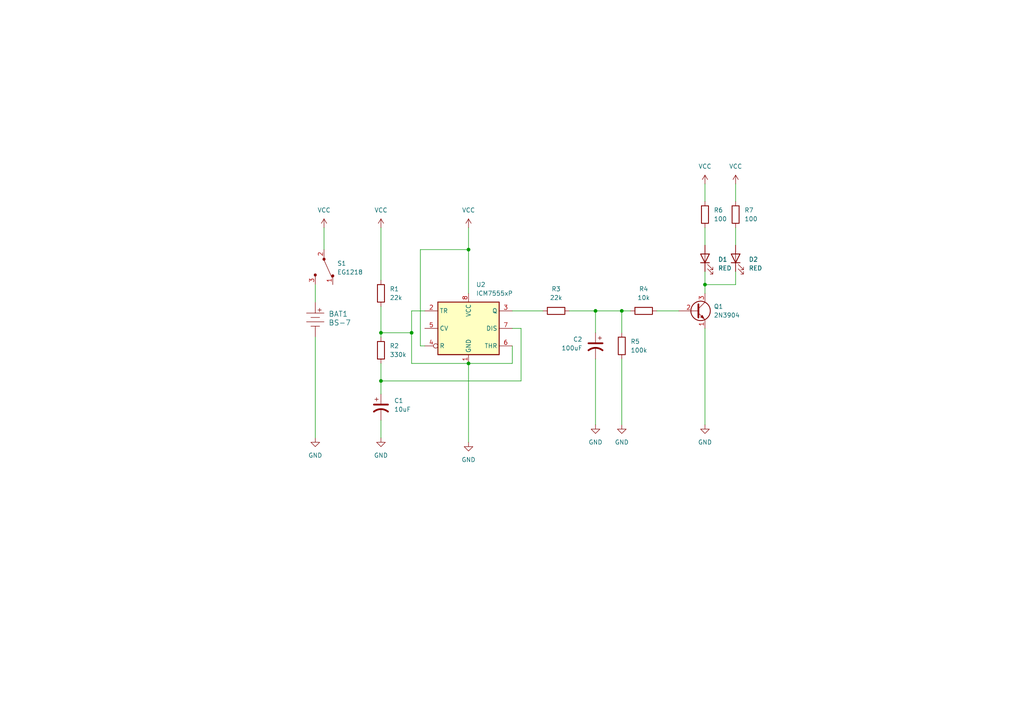
<source format=kicad_sch>
(kicad_sch (version 20230121) (generator eeschema)

  (uuid 44d8a446-cad3-4946-9d8f-0fcb5f384699)

  (paper "A4")

  (title_block
    (title "555badge")
    (date "2023-07-20")
    (comment 2 "creativecommons.org/licenses/by/4.0")
    (comment 3 "LICENSE: CC BY 4.0")
    (comment 4 "AUTHOR: PARIKSHIT V.JOSHI")
  )

  (lib_symbols
    (symbol "Device:C_Polarized_US" (pin_numbers hide) (pin_names (offset 0.254) hide) (in_bom yes) (on_board yes)
      (property "Reference" "C" (at 0.635 2.54 0)
        (effects (font (size 1.27 1.27)) (justify left))
      )
      (property "Value" "C_Polarized_US" (at 0.635 -2.54 0)
        (effects (font (size 1.27 1.27)) (justify left))
      )
      (property "Footprint" "" (at 0 0 0)
        (effects (font (size 1.27 1.27)) hide)
      )
      (property "Datasheet" "~" (at 0 0 0)
        (effects (font (size 1.27 1.27)) hide)
      )
      (property "ki_keywords" "cap capacitor" (at 0 0 0)
        (effects (font (size 1.27 1.27)) hide)
      )
      (property "ki_description" "Polarized capacitor, US symbol" (at 0 0 0)
        (effects (font (size 1.27 1.27)) hide)
      )
      (property "ki_fp_filters" "CP_*" (at 0 0 0)
        (effects (font (size 1.27 1.27)) hide)
      )
      (symbol "C_Polarized_US_0_1"
        (polyline
          (pts
            (xy -2.032 0.762)
            (xy 2.032 0.762)
          )
          (stroke (width 0.508) (type default))
          (fill (type none))
        )
        (polyline
          (pts
            (xy -1.778 2.286)
            (xy -0.762 2.286)
          )
          (stroke (width 0) (type default))
          (fill (type none))
        )
        (polyline
          (pts
            (xy -1.27 1.778)
            (xy -1.27 2.794)
          )
          (stroke (width 0) (type default))
          (fill (type none))
        )
        (arc (start 2.032 -1.27) (mid 0 -0.5572) (end -2.032 -1.27)
          (stroke (width 0.508) (type default))
          (fill (type none))
        )
      )
      (symbol "C_Polarized_US_1_1"
        (pin passive line (at 0 3.81 270) (length 2.794)
          (name "~" (effects (font (size 1.27 1.27))))
          (number "1" (effects (font (size 1.27 1.27))))
        )
        (pin passive line (at 0 -3.81 90) (length 3.302)
          (name "~" (effects (font (size 1.27 1.27))))
          (number "2" (effects (font (size 1.27 1.27))))
        )
      )
    )
    (symbol "Device:LED" (pin_numbers hide) (pin_names (offset 1.016) hide) (in_bom yes) (on_board yes)
      (property "Reference" "D" (at 0 2.54 0)
        (effects (font (size 1.27 1.27)))
      )
      (property "Value" "LED" (at 0 -2.54 0)
        (effects (font (size 1.27 1.27)))
      )
      (property "Footprint" "" (at 0 0 0)
        (effects (font (size 1.27 1.27)) hide)
      )
      (property "Datasheet" "~" (at 0 0 0)
        (effects (font (size 1.27 1.27)) hide)
      )
      (property "ki_keywords" "LED diode" (at 0 0 0)
        (effects (font (size 1.27 1.27)) hide)
      )
      (property "ki_description" "Light emitting diode" (at 0 0 0)
        (effects (font (size 1.27 1.27)) hide)
      )
      (property "ki_fp_filters" "LED* LED_SMD:* LED_THT:*" (at 0 0 0)
        (effects (font (size 1.27 1.27)) hide)
      )
      (symbol "LED_0_1"
        (polyline
          (pts
            (xy -1.27 -1.27)
            (xy -1.27 1.27)
          )
          (stroke (width 0.254) (type default))
          (fill (type none))
        )
        (polyline
          (pts
            (xy -1.27 0)
            (xy 1.27 0)
          )
          (stroke (width 0) (type default))
          (fill (type none))
        )
        (polyline
          (pts
            (xy 1.27 -1.27)
            (xy 1.27 1.27)
            (xy -1.27 0)
            (xy 1.27 -1.27)
          )
          (stroke (width 0.254) (type default))
          (fill (type none))
        )
        (polyline
          (pts
            (xy -3.048 -0.762)
            (xy -4.572 -2.286)
            (xy -3.81 -2.286)
            (xy -4.572 -2.286)
            (xy -4.572 -1.524)
          )
          (stroke (width 0) (type default))
          (fill (type none))
        )
        (polyline
          (pts
            (xy -1.778 -0.762)
            (xy -3.302 -2.286)
            (xy -2.54 -2.286)
            (xy -3.302 -2.286)
            (xy -3.302 -1.524)
          )
          (stroke (width 0) (type default))
          (fill (type none))
        )
      )
      (symbol "LED_1_1"
        (pin passive line (at -3.81 0 0) (length 2.54)
          (name "K" (effects (font (size 1.27 1.27))))
          (number "1" (effects (font (size 1.27 1.27))))
        )
        (pin passive line (at 3.81 0 180) (length 2.54)
          (name "A" (effects (font (size 1.27 1.27))))
          (number "2" (effects (font (size 1.27 1.27))))
        )
      )
    )
    (symbol "Device:R" (pin_numbers hide) (pin_names (offset 0)) (in_bom yes) (on_board yes)
      (property "Reference" "R" (at 2.032 0 90)
        (effects (font (size 1.27 1.27)))
      )
      (property "Value" "R" (at 0 0 90)
        (effects (font (size 1.27 1.27)))
      )
      (property "Footprint" "" (at -1.778 0 90)
        (effects (font (size 1.27 1.27)) hide)
      )
      (property "Datasheet" "~" (at 0 0 0)
        (effects (font (size 1.27 1.27)) hide)
      )
      (property "ki_keywords" "R res resistor" (at 0 0 0)
        (effects (font (size 1.27 1.27)) hide)
      )
      (property "ki_description" "Resistor" (at 0 0 0)
        (effects (font (size 1.27 1.27)) hide)
      )
      (property "ki_fp_filters" "R_*" (at 0 0 0)
        (effects (font (size 1.27 1.27)) hide)
      )
      (symbol "R_0_1"
        (rectangle (start -1.016 -2.54) (end 1.016 2.54)
          (stroke (width 0.254) (type default))
          (fill (type none))
        )
      )
      (symbol "R_1_1"
        (pin passive line (at 0 3.81 270) (length 1.27)
          (name "~" (effects (font (size 1.27 1.27))))
          (number "1" (effects (font (size 1.27 1.27))))
        )
        (pin passive line (at 0 -3.81 90) (length 1.27)
          (name "~" (effects (font (size 1.27 1.27))))
          (number "2" (effects (font (size 1.27 1.27))))
        )
      )
    )
    (symbol "Timer:ICM7555xP" (in_bom yes) (on_board yes)
      (property "Reference" "U" (at -10.16 8.89 0)
        (effects (font (size 1.27 1.27)) (justify left))
      )
      (property "Value" "ICM7555xP" (at 2.54 8.89 0)
        (effects (font (size 1.27 1.27)) (justify left))
      )
      (property "Footprint" "Package_DIP:DIP-8_W7.62mm" (at 16.51 -10.16 0)
        (effects (font (size 1.27 1.27)) hide)
      )
      (property "Datasheet" "http://www.intersil.com/content/dam/Intersil/documents/icm7/icm7555-56.pdf" (at 21.59 -10.16 0)
        (effects (font (size 1.27 1.27)) hide)
      )
      (property "ki_keywords" "single timer 555" (at 0 0 0)
        (effects (font (size 1.27 1.27)) hide)
      )
      (property "ki_description" "CMOS General Purpose Timer, 555 compatible, PDIP-8" (at 0 0 0)
        (effects (font (size 1.27 1.27)) hide)
      )
      (property "ki_fp_filters" "DIP*W7.62mm*" (at 0 0 0)
        (effects (font (size 1.27 1.27)) hide)
      )
      (symbol "ICM7555xP_0_0"
        (pin power_in line (at 0 -10.16 90) (length 2.54)
          (name "GND" (effects (font (size 1.27 1.27))))
          (number "1" (effects (font (size 1.27 1.27))))
        )
        (pin power_in line (at 0 10.16 270) (length 2.54)
          (name "VCC" (effects (font (size 1.27 1.27))))
          (number "8" (effects (font (size 1.27 1.27))))
        )
      )
      (symbol "ICM7555xP_0_1"
        (rectangle (start -8.89 -7.62) (end 8.89 7.62)
          (stroke (width 0.254) (type default))
          (fill (type background))
        )
        (rectangle (start -8.89 -7.62) (end 8.89 7.62)
          (stroke (width 0.254) (type default))
          (fill (type background))
        )
      )
      (symbol "ICM7555xP_1_1"
        (pin input line (at -12.7 5.08 0) (length 3.81)
          (name "TR" (effects (font (size 1.27 1.27))))
          (number "2" (effects (font (size 1.27 1.27))))
        )
        (pin output line (at 12.7 5.08 180) (length 3.81)
          (name "Q" (effects (font (size 1.27 1.27))))
          (number "3" (effects (font (size 1.27 1.27))))
        )
        (pin input inverted (at -12.7 -5.08 0) (length 3.81)
          (name "R" (effects (font (size 1.27 1.27))))
          (number "4" (effects (font (size 1.27 1.27))))
        )
        (pin input line (at -12.7 0 0) (length 3.81)
          (name "CV" (effects (font (size 1.27 1.27))))
          (number "5" (effects (font (size 1.27 1.27))))
        )
        (pin input line (at 12.7 -5.08 180) (length 3.81)
          (name "THR" (effects (font (size 1.27 1.27))))
          (number "6" (effects (font (size 1.27 1.27))))
        )
        (pin input line (at 12.7 0 180) (length 3.81)
          (name "DIS" (effects (font (size 1.27 1.27))))
          (number "7" (effects (font (size 1.27 1.27))))
        )
      )
    )
    (symbol "Transistor_BJT:2N3904" (pin_names (offset 0) hide) (in_bom yes) (on_board yes)
      (property "Reference" "Q" (at 5.08 1.905 0)
        (effects (font (size 1.27 1.27)) (justify left))
      )
      (property "Value" "2N3904" (at 5.08 0 0)
        (effects (font (size 1.27 1.27)) (justify left))
      )
      (property "Footprint" "Package_TO_SOT_THT:TO-92_Inline" (at 5.08 -1.905 0)
        (effects (font (size 1.27 1.27) italic) (justify left) hide)
      )
      (property "Datasheet" "https://www.onsemi.com/pub/Collateral/2N3903-D.PDF" (at 0 0 0)
        (effects (font (size 1.27 1.27)) (justify left) hide)
      )
      (property "ki_keywords" "NPN Transistor" (at 0 0 0)
        (effects (font (size 1.27 1.27)) hide)
      )
      (property "ki_description" "0.2A Ic, 40V Vce, Small Signal NPN Transistor, TO-92" (at 0 0 0)
        (effects (font (size 1.27 1.27)) hide)
      )
      (property "ki_fp_filters" "TO?92*" (at 0 0 0)
        (effects (font (size 1.27 1.27)) hide)
      )
      (symbol "2N3904_0_1"
        (polyline
          (pts
            (xy 0.635 0.635)
            (xy 2.54 2.54)
          )
          (stroke (width 0) (type default))
          (fill (type none))
        )
        (polyline
          (pts
            (xy 0.635 -0.635)
            (xy 2.54 -2.54)
            (xy 2.54 -2.54)
          )
          (stroke (width 0) (type default))
          (fill (type none))
        )
        (polyline
          (pts
            (xy 0.635 1.905)
            (xy 0.635 -1.905)
            (xy 0.635 -1.905)
          )
          (stroke (width 0.508) (type default))
          (fill (type none))
        )
        (polyline
          (pts
            (xy 1.27 -1.778)
            (xy 1.778 -1.27)
            (xy 2.286 -2.286)
            (xy 1.27 -1.778)
            (xy 1.27 -1.778)
          )
          (stroke (width 0) (type default))
          (fill (type outline))
        )
        (circle (center 1.27 0) (radius 2.8194)
          (stroke (width 0.254) (type default))
          (fill (type none))
        )
      )
      (symbol "2N3904_1_1"
        (pin passive line (at 2.54 -5.08 90) (length 2.54)
          (name "E" (effects (font (size 1.27 1.27))))
          (number "1" (effects (font (size 1.27 1.27))))
        )
        (pin passive line (at -5.08 0 0) (length 5.715)
          (name "B" (effects (font (size 1.27 1.27))))
          (number "2" (effects (font (size 1.27 1.27))))
        )
        (pin passive line (at 2.54 5.08 270) (length 2.54)
          (name "C" (effects (font (size 1.27 1.27))))
          (number "3" (effects (font (size 1.27 1.27))))
        )
      )
    )
    (symbol "dk_Battery-Holders-Clips-Contacts:BS-7" (pin_numbers hide) (pin_names (offset 1.016)) (in_bom yes) (on_board yes)
      (property "Reference" "BAT" (at -1.27 3.81 0)
        (effects (font (size 1.524 1.524)) (justify right))
      )
      (property "Value" "BS-7" (at -1.27 -3.81 0)
        (effects (font (size 1.524 1.524)) (justify right))
      )
      (property "Footprint" "digikey-footprints:Battery_Holder_Coin_2032_BS-7" (at 5.08 5.08 0)
        (effects (font (size 1.524 1.524)) (justify left) hide)
      )
      (property "Datasheet" "http://www.memoryprotectiondevices.com/datasheets/BS-7-datasheet.pdf" (at 5.08 7.62 90)
        (effects (font (size 1.524 1.524)) (justify left) hide)
      )
      (property "Digi-Key_PN" "BS-7-ND" (at 5.08 10.16 0)
        (effects (font (size 1.524 1.524)) (justify left) hide)
      )
      (property "MPN" "BS-7" (at 5.08 12.7 0)
        (effects (font (size 1.524 1.524)) (justify left) hide)
      )
      (property "Category" "Battery Products" (at 5.08 15.24 0)
        (effects (font (size 1.524 1.524)) (justify left) hide)
      )
      (property "Family" "Battery Holders, Clips, Contacts" (at 5.08 17.78 0)
        (effects (font (size 1.524 1.524)) (justify left) hide)
      )
      (property "DK_Datasheet_Link" "http://www.memoryprotectiondevices.com/datasheets/BS-7-datasheet.pdf" (at 5.08 20.32 0)
        (effects (font (size 1.524 1.524)) (justify left) hide)
      )
      (property "DK_Detail_Page" "/product-detail/en/mpd-memory-protection-devices/BS-7/BS-7-ND/389447" (at 5.08 22.86 0)
        (effects (font (size 1.524 1.524)) (justify left) hide)
      )
      (property "Description" "BATTERY HOLDER COIN 20MM PC PIN" (at 5.08 25.4 0)
        (effects (font (size 1.524 1.524)) (justify left) hide)
      )
      (property "Manufacturer" "MPD (Memory Protection Devices)" (at 5.08 27.94 0)
        (effects (font (size 1.524 1.524)) (justify left) hide)
      )
      (property "Status" "Active" (at 5.08 30.48 0)
        (effects (font (size 1.524 1.524)) (justify left) hide)
      )
      (property "ki_keywords" "BS-7-ND" (at 0 0 0)
        (effects (font (size 1.27 1.27)) hide)
      )
      (property "ki_description" "BATTERY HOLDER COIN 20MM PC PIN" (at 0 0 0)
        (effects (font (size 1.27 1.27)) hide)
      )
      (symbol "BS-7_1_1"
        (polyline
          (pts
            (xy 0 -2.54)
            (xy 0 -1.905)
          )
          (stroke (width 0) (type solid))
          (fill (type none))
        )
        (polyline
          (pts
            (xy 0 1.905)
            (xy 0 2.54)
          )
          (stroke (width 0) (type solid))
          (fill (type none))
        )
        (polyline
          (pts
            (xy 1.27 -1.905)
            (xy -1.27 -1.905)
          )
          (stroke (width 0) (type solid))
          (fill (type none))
        )
        (polyline
          (pts
            (xy 1.27 0.635)
            (xy -1.27 0.635)
          )
          (stroke (width 0) (type solid))
          (fill (type none))
        )
        (polyline
          (pts
            (xy 1.27 2.286)
            (xy 1.27 3.302)
          )
          (stroke (width 0) (type solid))
          (fill (type none))
        )
        (polyline
          (pts
            (xy 1.778 2.794)
            (xy 0.762 2.794)
          )
          (stroke (width 0) (type solid))
          (fill (type none))
        )
        (polyline
          (pts
            (xy 2.54 -0.635)
            (xy -2.54 -0.635)
          )
          (stroke (width 0) (type solid))
          (fill (type none))
        )
        (polyline
          (pts
            (xy 2.54 1.905)
            (xy -2.54 1.905)
          )
          (stroke (width 0) (type solid))
          (fill (type none))
        )
        (pin power_out line (at 0 -5.08 90) (length 2.54)
          (name "~" (effects (font (size 1.27 1.27))))
          (number "Neg" (effects (font (size 1.27 1.27))))
        )
        (pin power_out line (at 0 5.08 270) (length 2.54)
          (name "~" (effects (font (size 1.27 1.27))))
          (number "Pos" (effects (font (size 1.27 1.27))))
        )
      )
    )
    (symbol "dk_Slide-Switches:EG1218" (pin_names (offset 0)) (in_bom yes) (on_board yes)
      (property "Reference" "S" (at -3.81 2.286 0)
        (effects (font (size 1.27 1.27)))
      )
      (property "Value" "EG1218" (at 0 -5.334 0)
        (effects (font (size 1.27 1.27)))
      )
      (property "Footprint" "digikey-footprints:Switch_Slide_11.6x4mm_EG1218" (at 5.08 5.08 0)
        (effects (font (size 1.27 1.27)) (justify left) hide)
      )
      (property "Datasheet" "http://spec_sheets.e-switch.com/specs/P040040.pdf" (at 5.08 7.62 0)
        (effects (font (size 1.524 1.524)) (justify left) hide)
      )
      (property "Digi-Key_PN" "EG1903-ND" (at 5.08 10.16 0)
        (effects (font (size 1.524 1.524)) (justify left) hide)
      )
      (property "MPN" "EG1218" (at 5.08 12.7 0)
        (effects (font (size 1.524 1.524)) (justify left) hide)
      )
      (property "Category" "Switches" (at 5.08 15.24 0)
        (effects (font (size 1.524 1.524)) (justify left) hide)
      )
      (property "Family" "Slide Switches" (at 5.08 17.78 0)
        (effects (font (size 1.524 1.524)) (justify left) hide)
      )
      (property "DK_Datasheet_Link" "http://spec_sheets.e-switch.com/specs/P040040.pdf" (at 5.08 20.32 0)
        (effects (font (size 1.524 1.524)) (justify left) hide)
      )
      (property "DK_Detail_Page" "/product-detail/en/e-switch/EG1218/EG1903-ND/101726" (at 5.08 22.86 0)
        (effects (font (size 1.524 1.524)) (justify left) hide)
      )
      (property "Description" "SWITCH SLIDE SPDT 200MA 30V" (at 5.08 25.4 0)
        (effects (font (size 1.524 1.524)) (justify left) hide)
      )
      (property "Manufacturer" "E-Switch" (at 5.08 27.94 0)
        (effects (font (size 1.524 1.524)) (justify left) hide)
      )
      (property "Status" "Active" (at 5.08 30.48 0)
        (effects (font (size 1.524 1.524)) (justify left) hide)
      )
      (property "ki_keywords" "EG1903-ND EG" (at 0 0 0)
        (effects (font (size 1.27 1.27)) hide)
      )
      (property "ki_description" "SWITCH SLIDE SPDT 200MA 30V" (at 0 0 0)
        (effects (font (size 1.27 1.27)) hide)
      )
      (symbol "EG1218_0_1"
        (circle (center -2.286 0) (radius 0.3556)
          (stroke (width 0) (type solid))
          (fill (type outline))
        )
        (polyline
          (pts
            (xy -2.032 0)
            (xy 3.048 2.286)
          )
          (stroke (width 0) (type solid))
          (fill (type none))
        )
        (circle (center 2.286 -2.54) (radius 0.3556)
          (stroke (width 0) (type solid))
          (fill (type outline))
        )
        (circle (center 2.54 2.54) (radius 0.3556)
          (stroke (width 0) (type solid))
          (fill (type outline))
        )
      )
      (symbol "EG1218_1_1"
        (pin passive line (at 5.08 2.54 180) (length 2.54)
          (name "~" (effects (font (size 1.27 1.27))))
          (number "1" (effects (font (size 1.27 1.27))))
        )
        (pin passive line (at -5.08 0 0) (length 2.54)
          (name "~" (effects (font (size 1.27 1.27))))
          (number "2" (effects (font (size 1.27 1.27))))
        )
        (pin passive line (at 5.08 -2.54 180) (length 2.54)
          (name "~" (effects (font (size 1.27 1.27))))
          (number "3" (effects (font (size 1.27 1.27))))
        )
      )
    )
    (symbol "power:GND" (power) (pin_names (offset 0)) (in_bom yes) (on_board yes)
      (property "Reference" "#PWR" (at 0 -6.35 0)
        (effects (font (size 1.27 1.27)) hide)
      )
      (property "Value" "GND" (at 0 -3.81 0)
        (effects (font (size 1.27 1.27)))
      )
      (property "Footprint" "" (at 0 0 0)
        (effects (font (size 1.27 1.27)) hide)
      )
      (property "Datasheet" "" (at 0 0 0)
        (effects (font (size 1.27 1.27)) hide)
      )
      (property "ki_keywords" "global power" (at 0 0 0)
        (effects (font (size 1.27 1.27)) hide)
      )
      (property "ki_description" "Power symbol creates a global label with name \"GND\" , ground" (at 0 0 0)
        (effects (font (size 1.27 1.27)) hide)
      )
      (symbol "GND_0_1"
        (polyline
          (pts
            (xy 0 0)
            (xy 0 -1.27)
            (xy 1.27 -1.27)
            (xy 0 -2.54)
            (xy -1.27 -1.27)
            (xy 0 -1.27)
          )
          (stroke (width 0) (type default))
          (fill (type none))
        )
      )
      (symbol "GND_1_1"
        (pin power_in line (at 0 0 270) (length 0) hide
          (name "GND" (effects (font (size 1.27 1.27))))
          (number "1" (effects (font (size 1.27 1.27))))
        )
      )
    )
    (symbol "power:VCC" (power) (pin_names (offset 0)) (in_bom yes) (on_board yes)
      (property "Reference" "#PWR" (at 0 -3.81 0)
        (effects (font (size 1.27 1.27)) hide)
      )
      (property "Value" "VCC" (at 0 3.81 0)
        (effects (font (size 1.27 1.27)))
      )
      (property "Footprint" "" (at 0 0 0)
        (effects (font (size 1.27 1.27)) hide)
      )
      (property "Datasheet" "" (at 0 0 0)
        (effects (font (size 1.27 1.27)) hide)
      )
      (property "ki_keywords" "global power" (at 0 0 0)
        (effects (font (size 1.27 1.27)) hide)
      )
      (property "ki_description" "Power symbol creates a global label with name \"VCC\"" (at 0 0 0)
        (effects (font (size 1.27 1.27)) hide)
      )
      (symbol "VCC_0_1"
        (polyline
          (pts
            (xy -0.762 1.27)
            (xy 0 2.54)
          )
          (stroke (width 0) (type default))
          (fill (type none))
        )
        (polyline
          (pts
            (xy 0 0)
            (xy 0 2.54)
          )
          (stroke (width 0) (type default))
          (fill (type none))
        )
        (polyline
          (pts
            (xy 0 2.54)
            (xy 0.762 1.27)
          )
          (stroke (width 0) (type default))
          (fill (type none))
        )
      )
      (symbol "VCC_1_1"
        (pin power_in line (at 0 0 90) (length 0) hide
          (name "VCC" (effects (font (size 1.27 1.27))))
          (number "1" (effects (font (size 1.27 1.27))))
        )
      )
    )
  )

  (junction (at 180.34 90.17) (diameter 0) (color 0 0 0 0)
    (uuid 87906e78-994a-469d-ae9f-cc16945d26c5)
  )
  (junction (at 204.47 82.55) (diameter 0) (color 0 0 0 0)
    (uuid a8fd7e31-3fd7-4eda-bd84-1e75a14c4457)
  )
  (junction (at 110.49 96.52) (diameter 0) (color 0 0 0 0)
    (uuid ac279545-d471-4805-ac26-a477faff6d67)
  )
  (junction (at 119.38 96.52) (diameter 0) (color 0 0 0 0)
    (uuid c069bf98-d587-4fd6-8f2c-90e3c43a96d0)
  )
  (junction (at 135.89 72.39) (diameter 0) (color 0 0 0 0)
    (uuid d33d8ec2-32e9-439e-acdf-1b649546065d)
  )
  (junction (at 135.89 105.41) (diameter 0) (color 0 0 0 0)
    (uuid d6d2a70a-ed59-4286-ba78-dcf1ad5d459d)
  )
  (junction (at 172.72 90.17) (diameter 0) (color 0 0 0 0)
    (uuid db94eff6-663f-4ef2-87ba-49c78aa63a83)
  )
  (junction (at 110.49 110.49) (diameter 0) (color 0 0 0 0)
    (uuid ead039bd-7ac9-497f-8797-fc701fce20a3)
  )

  (wire (pts (xy 93.98 66.04) (xy 93.98 72.39))
    (stroke (width 0) (type default))
    (uuid 07a23683-ba79-44a8-8a0b-08d1694c0b0f)
  )
  (wire (pts (xy 190.5 90.17) (xy 196.85 90.17))
    (stroke (width 0) (type default))
    (uuid 0b5744ad-a2bb-458f-8db5-b0a8d1cd190c)
  )
  (wire (pts (xy 110.49 96.52) (xy 110.49 97.79))
    (stroke (width 0) (type default))
    (uuid 0bfc0b0d-d676-4a67-8794-4f906d85dbf6)
  )
  (wire (pts (xy 165.1 90.17) (xy 172.72 90.17))
    (stroke (width 0) (type default))
    (uuid 1324b8c0-6bf4-4d66-a7fc-7d29afe9e1ff)
  )
  (wire (pts (xy 110.49 121.92) (xy 110.49 127))
    (stroke (width 0) (type default))
    (uuid 1738fecb-7d3b-4e87-81ea-4085b627412a)
  )
  (wire (pts (xy 213.36 53.34) (xy 213.36 58.42))
    (stroke (width 0) (type default))
    (uuid 1d3dfdd1-c9f8-4353-8390-cb1d550103a6)
  )
  (wire (pts (xy 180.34 104.14) (xy 180.34 123.19))
    (stroke (width 0) (type default))
    (uuid 2f9f80bb-50c1-4479-b932-1bdc9d79b946)
  )
  (wire (pts (xy 91.44 97.79) (xy 91.44 127))
    (stroke (width 0) (type default))
    (uuid 308dfba3-c454-4592-9194-68506f59c558)
  )
  (wire (pts (xy 180.34 90.17) (xy 182.88 90.17))
    (stroke (width 0) (type default))
    (uuid 3b0f8897-e5b4-4deb-94ad-11dc2bf414ec)
  )
  (wire (pts (xy 204.47 78.74) (xy 204.47 82.55))
    (stroke (width 0) (type default))
    (uuid 42e232de-49ca-4258-bc1f-fa3181a0a287)
  )
  (wire (pts (xy 135.89 66.04) (xy 135.89 72.39))
    (stroke (width 0) (type default))
    (uuid 43fc7fc6-91f7-4095-9eaf-1bc414b94a7f)
  )
  (wire (pts (xy 110.49 88.9) (xy 110.49 96.52))
    (stroke (width 0) (type default))
    (uuid 45163893-7470-43a1-8fd1-916b5f2d3013)
  )
  (wire (pts (xy 110.49 105.41) (xy 110.49 110.49))
    (stroke (width 0) (type default))
    (uuid 45c16b1b-4823-4b95-ba01-bd6742a16783)
  )
  (wire (pts (xy 180.34 90.17) (xy 180.34 96.52))
    (stroke (width 0) (type default))
    (uuid 5c4eb9a3-c3fc-45ac-a17b-bdea7d5bb62e)
  )
  (wire (pts (xy 204.47 82.55) (xy 204.47 85.09))
    (stroke (width 0) (type default))
    (uuid 60fc1f6d-080b-4808-bcc1-3066a7ecfff9)
  )
  (wire (pts (xy 121.92 100.33) (xy 121.92 72.39))
    (stroke (width 0) (type default))
    (uuid 626dd74b-ca6d-4220-aa1e-4c80ce75569c)
  )
  (wire (pts (xy 172.72 90.17) (xy 180.34 90.17))
    (stroke (width 0) (type default))
    (uuid 6bd76b85-a23a-41c5-981d-cc58c2ee4870)
  )
  (wire (pts (xy 110.49 110.49) (xy 151.13 110.49))
    (stroke (width 0) (type default))
    (uuid 6cdbf4ae-065c-498e-81dc-9a05c45f4276)
  )
  (wire (pts (xy 110.49 66.04) (xy 110.49 81.28))
    (stroke (width 0) (type default))
    (uuid 7323f396-3ca4-4b20-a02b-7ba6795301e0)
  )
  (wire (pts (xy 135.89 105.41) (xy 135.89 128.27))
    (stroke (width 0) (type default))
    (uuid 7eeeff80-52b4-4c47-abfb-569b54655ccb)
  )
  (wire (pts (xy 172.72 90.17) (xy 172.72 96.52))
    (stroke (width 0) (type default))
    (uuid 879a6641-113b-489f-9f06-4bf34b909664)
  )
  (wire (pts (xy 135.89 105.41) (xy 119.38 105.41))
    (stroke (width 0) (type default))
    (uuid 8974f287-8d82-43b9-a6c0-491b5b552ae9)
  )
  (wire (pts (xy 119.38 96.52) (xy 110.49 96.52))
    (stroke (width 0) (type default))
    (uuid 8ad11da6-b0c3-445d-b050-963f93ef3e08)
  )
  (wire (pts (xy 119.38 90.17) (xy 119.38 96.52))
    (stroke (width 0) (type default))
    (uuid 8fcb2a62-aa51-42cd-a70d-6a9187511d7d)
  )
  (wire (pts (xy 119.38 105.41) (xy 119.38 96.52))
    (stroke (width 0) (type default))
    (uuid 93b577db-0394-4cd4-8c35-6f87bb711003)
  )
  (wire (pts (xy 204.47 53.34) (xy 204.47 58.42))
    (stroke (width 0) (type default))
    (uuid 9a792839-504a-45ec-b6e5-57a21bc3c5e6)
  )
  (wire (pts (xy 121.92 72.39) (xy 135.89 72.39))
    (stroke (width 0) (type default))
    (uuid a058d37a-ce8f-496e-b6b1-9781e76fecd2)
  )
  (wire (pts (xy 110.49 110.49) (xy 110.49 114.3))
    (stroke (width 0) (type default))
    (uuid a24d3e74-8307-4272-9680-d6769d207664)
  )
  (wire (pts (xy 148.59 95.25) (xy 151.13 95.25))
    (stroke (width 0) (type default))
    (uuid a4bc5cc3-2831-43c2-8f3e-70ccbaa660e2)
  )
  (wire (pts (xy 91.44 82.55) (xy 91.44 87.63))
    (stroke (width 0) (type default))
    (uuid a88f512f-1d49-46e3-b5b6-4e6f999953ba)
  )
  (wire (pts (xy 148.59 100.33) (xy 148.59 105.41))
    (stroke (width 0) (type default))
    (uuid b3fc1e10-b1b1-4d3b-b2ac-f0bf0ff1b47c)
  )
  (wire (pts (xy 123.19 100.33) (xy 121.92 100.33))
    (stroke (width 0) (type default))
    (uuid b6301b97-f2c9-48e8-95f2-811aa085a168)
  )
  (wire (pts (xy 151.13 95.25) (xy 151.13 110.49))
    (stroke (width 0) (type default))
    (uuid b7e8de51-c3e7-43e0-ba2f-6584a2ae9ad1)
  )
  (wire (pts (xy 123.19 90.17) (xy 119.38 90.17))
    (stroke (width 0) (type default))
    (uuid c941f943-2e50-428f-92f1-ab8e5c4b9af3)
  )
  (wire (pts (xy 204.47 95.25) (xy 204.47 123.19))
    (stroke (width 0) (type default))
    (uuid e20f9d6d-8ab2-428b-b144-caa4ef49835e)
  )
  (wire (pts (xy 148.59 90.17) (xy 157.48 90.17))
    (stroke (width 0) (type default))
    (uuid e3f7cd48-0021-45f3-9190-02227de353a0)
  )
  (wire (pts (xy 204.47 66.04) (xy 204.47 71.12))
    (stroke (width 0) (type default))
    (uuid eae06fd5-3a47-423e-b78e-968980fcfcbf)
  )
  (wire (pts (xy 172.72 104.14) (xy 172.72 123.19))
    (stroke (width 0) (type default))
    (uuid eb35dc72-b12b-42a0-aec9-3b1b394066a4)
  )
  (wire (pts (xy 213.36 82.55) (xy 204.47 82.55))
    (stroke (width 0) (type default))
    (uuid f06bfd56-1c01-4b5f-9808-d127893f0823)
  )
  (wire (pts (xy 135.89 72.39) (xy 135.89 85.09))
    (stroke (width 0) (type default))
    (uuid f47ff0c8-0974-4e06-9da4-b501af34046e)
  )
  (wire (pts (xy 213.36 78.74) (xy 213.36 82.55))
    (stroke (width 0) (type default))
    (uuid f52ceb9f-2ea6-446f-82ec-1a64a6f94a84)
  )
  (wire (pts (xy 213.36 66.04) (xy 213.36 71.12))
    (stroke (width 0) (type default))
    (uuid fb8032cd-45d2-43ce-9517-29c84613364a)
  )
  (wire (pts (xy 148.59 105.41) (xy 135.89 105.41))
    (stroke (width 0) (type default))
    (uuid fbe37cdb-63e5-4a39-861c-0d07143f1d98)
  )

  (symbol (lib_id "power:GND") (at 172.72 123.19 0) (unit 1)
    (in_bom yes) (on_board yes) (dnp no) (fields_autoplaced)
    (uuid 06770059-904c-4879-8af8-83b937057d39)
    (property "Reference" "#PWR04" (at 172.72 129.54 0)
      (effects (font (size 1.27 1.27)) hide)
    )
    (property "Value" "GND" (at 172.72 128.27 0)
      (effects (font (size 1.27 1.27)))
    )
    (property "Footprint" "" (at 172.72 123.19 0)
      (effects (font (size 1.27 1.27)) hide)
    )
    (property "Datasheet" "" (at 172.72 123.19 0)
      (effects (font (size 1.27 1.27)) hide)
    )
    (pin "1" (uuid 7e2070f9-a9c5-4c4a-9ee2-c7e8e588b672))
    (instances
      (project "555newbadge"
        (path "/44d8a446-cad3-4946-9d8f-0fcb5f384699"
          (reference "#PWR04") (unit 1)
        )
      )
    )
  )

  (symbol (lib_id "power:GND") (at 204.47 123.19 0) (unit 1)
    (in_bom yes) (on_board yes) (dnp no) (fields_autoplaced)
    (uuid 07c13863-67d4-4a75-a184-f6420bf6c77b)
    (property "Reference" "#PWR06" (at 204.47 129.54 0)
      (effects (font (size 1.27 1.27)) hide)
    )
    (property "Value" "GND" (at 204.47 128.27 0)
      (effects (font (size 1.27 1.27)))
    )
    (property "Footprint" "" (at 204.47 123.19 0)
      (effects (font (size 1.27 1.27)) hide)
    )
    (property "Datasheet" "" (at 204.47 123.19 0)
      (effects (font (size 1.27 1.27)) hide)
    )
    (pin "1" (uuid c0784dfb-fdbd-4186-941a-71d9b9d4c965))
    (instances
      (project "555newbadge"
        (path "/44d8a446-cad3-4946-9d8f-0fcb5f384699"
          (reference "#PWR06") (unit 1)
        )
      )
    )
  )

  (symbol (lib_id "dk_Battery-Holders-Clips-Contacts:BS-7") (at 91.44 92.71 0) (unit 1)
    (in_bom yes) (on_board yes) (dnp no) (fields_autoplaced)
    (uuid 0a9bb76e-8e66-4bb6-aba5-1b30e1a83eca)
    (property "Reference" "BAT1" (at 95.25 91.059 0)
      (effects (font (size 1.524 1.524)) (justify left))
    )
    (property "Value" "BS-7" (at 95.25 93.599 0)
      (effects (font (size 1.524 1.524)) (justify left))
    )
    (property "Footprint" "digikey-footprints:Battery_Holder_Coin_2032_BS-7" (at 96.52 87.63 0)
      (effects (font (size 1.524 1.524)) (justify left) hide)
    )
    (property "Datasheet" "http://www.memoryprotectiondevices.com/datasheets/BS-7-datasheet.pdf" (at 96.52 85.09 90)
      (effects (font (size 1.524 1.524)) (justify left) hide)
    )
    (property "Digi-Key_PN" "BS-7-ND" (at 96.52 82.55 0)
      (effects (font (size 1.524 1.524)) (justify left) hide)
    )
    (property "MPN" "BS-7" (at 96.52 80.01 0)
      (effects (font (size 1.524 1.524)) (justify left) hide)
    )
    (property "Category" "Battery Products" (at 96.52 77.47 0)
      (effects (font (size 1.524 1.524)) (justify left) hide)
    )
    (property "Family" "Battery Holders, Clips, Contacts" (at 96.52 74.93 0)
      (effects (font (size 1.524 1.524)) (justify left) hide)
    )
    (property "DK_Datasheet_Link" "http://www.memoryprotectiondevices.com/datasheets/BS-7-datasheet.pdf" (at 96.52 72.39 0)
      (effects (font (size 1.524 1.524)) (justify left) hide)
    )
    (property "DK_Detail_Page" "/product-detail/en/mpd-memory-protection-devices/BS-7/BS-7-ND/389447" (at 96.52 69.85 0)
      (effects (font (size 1.524 1.524)) (justify left) hide)
    )
    (property "Description" "BATTERY HOLDER COIN 20MM PC PIN" (at 96.52 67.31 0)
      (effects (font (size 1.524 1.524)) (justify left) hide)
    )
    (property "Manufacturer" "MPD (Memory Protection Devices)" (at 96.52 64.77 0)
      (effects (font (size 1.524 1.524)) (justify left) hide)
    )
    (property "Status" "Active" (at 96.52 62.23 0)
      (effects (font (size 1.524 1.524)) (justify left) hide)
    )
    (pin "Neg" (uuid 985ec4d9-9697-4d76-a67f-abf5bb6af225))
    (pin "Pos" (uuid e4c88347-6d61-4fbb-83d9-21afbe2f2768))
    (instances
      (project "555newbadge"
        (path "/44d8a446-cad3-4946-9d8f-0fcb5f384699"
          (reference "BAT1") (unit 1)
        )
      )
    )
  )

  (symbol (lib_id "power:VCC") (at 204.47 53.34 0) (unit 1)
    (in_bom yes) (on_board yes) (dnp no) (fields_autoplaced)
    (uuid 0ee18412-86fc-4157-b0e0-224a1bade27a)
    (property "Reference" "#PWR010" (at 204.47 57.15 0)
      (effects (font (size 1.27 1.27)) hide)
    )
    (property "Value" "VCC" (at 204.47 48.26 0)
      (effects (font (size 1.27 1.27)))
    )
    (property "Footprint" "" (at 204.47 53.34 0)
      (effects (font (size 1.27 1.27)) hide)
    )
    (property "Datasheet" "" (at 204.47 53.34 0)
      (effects (font (size 1.27 1.27)) hide)
    )
    (pin "1" (uuid b078990e-b01b-4071-a651-725f7c2b7ccd))
    (instances
      (project "555newbadge"
        (path "/44d8a446-cad3-4946-9d8f-0fcb5f384699"
          (reference "#PWR010") (unit 1)
        )
      )
    )
  )

  (symbol (lib_id "Device:R") (at 186.69 90.17 90) (unit 1)
    (in_bom yes) (on_board yes) (dnp no) (fields_autoplaced)
    (uuid 1c4deb80-48f5-43a2-92fb-4e284569213d)
    (property "Reference" "R4" (at 186.69 83.82 90)
      (effects (font (size 1.27 1.27)))
    )
    (property "Value" "10k" (at 186.69 86.36 90)
      (effects (font (size 1.27 1.27)))
    )
    (property "Footprint" "Resistor_THT:R_Axial_DIN0207_L6.3mm_D2.5mm_P7.62mm_Horizontal" (at 186.69 91.948 90)
      (effects (font (size 1.27 1.27)) hide)
    )
    (property "Datasheet" "~" (at 186.69 90.17 0)
      (effects (font (size 1.27 1.27)) hide)
    )
    (pin "1" (uuid af569121-2cbc-467a-8dc8-eafe4b40615f))
    (pin "2" (uuid e2469168-27da-4cbc-ab6e-964702c195a9))
    (instances
      (project "555newbadge"
        (path "/44d8a446-cad3-4946-9d8f-0fcb5f384699"
          (reference "R4") (unit 1)
        )
      )
    )
  )

  (symbol (lib_id "power:GND") (at 91.44 127 0) (unit 1)
    (in_bom yes) (on_board yes) (dnp no) (fields_autoplaced)
    (uuid 341e066a-41db-42f9-b812-eb858f617705)
    (property "Reference" "#PWR03" (at 91.44 133.35 0)
      (effects (font (size 1.27 1.27)) hide)
    )
    (property "Value" "GND" (at 91.44 132.08 0)
      (effects (font (size 1.27 1.27)))
    )
    (property "Footprint" "" (at 91.44 127 0)
      (effects (font (size 1.27 1.27)) hide)
    )
    (property "Datasheet" "" (at 91.44 127 0)
      (effects (font (size 1.27 1.27)) hide)
    )
    (pin "1" (uuid 53f764bc-9a2f-497e-82fc-0a0b1b35357b))
    (instances
      (project "555newbadge"
        (path "/44d8a446-cad3-4946-9d8f-0fcb5f384699"
          (reference "#PWR03") (unit 1)
        )
      )
    )
  )

  (symbol (lib_id "Timer:ICM7555xP") (at 135.89 95.25 0) (unit 1)
    (in_bom yes) (on_board yes) (dnp no) (fields_autoplaced)
    (uuid 3444266c-504e-4e05-9632-d21e47539954)
    (property "Reference" "U2" (at 138.0841 82.55 0)
      (effects (font (size 1.27 1.27)) (justify left))
    )
    (property "Value" "ICM7555xP" (at 138.0841 85.09 0)
      (effects (font (size 1.27 1.27)) (justify left))
    )
    (property "Footprint" "Package_DIP:DIP-8_W7.62mm" (at 152.4 105.41 0)
      (effects (font (size 1.27 1.27)) hide)
    )
    (property "Datasheet" "http://www.intersil.com/content/dam/Intersil/documents/icm7/icm7555-56.pdf" (at 157.48 105.41 0)
      (effects (font (size 1.27 1.27)) hide)
    )
    (pin "1" (uuid 326f56b5-fdd2-46a3-95a5-66a009459565))
    (pin "8" (uuid e3e69383-382c-42e6-bb45-5345f4cd8d00))
    (pin "2" (uuid facb6123-8d0b-4afe-95df-d886140be27d))
    (pin "3" (uuid ca7d386d-37ea-490f-a0d0-2cb144f2d08d))
    (pin "4" (uuid 3ff3f1b0-32c0-4baf-a2d2-62d9f53b0315))
    (pin "5" (uuid 1566ad85-a6de-4dd2-a0c2-e0e9dfa0a2ed))
    (pin "6" (uuid d9ab5738-5a50-4546-8642-1937bf6b146c))
    (pin "7" (uuid 343669d6-ec1a-4ecd-8109-bb5c5f7bf033))
    (instances
      (project "555newbadge"
        (path "/44d8a446-cad3-4946-9d8f-0fcb5f384699"
          (reference "U2") (unit 1)
        )
      )
    )
  )

  (symbol (lib_id "power:GND") (at 110.49 127 0) (unit 1)
    (in_bom yes) (on_board yes) (dnp no) (fields_autoplaced)
    (uuid 43311caf-2ca5-4cf1-8a9d-898f2ab09a1a)
    (property "Reference" "#PWR01" (at 110.49 133.35 0)
      (effects (font (size 1.27 1.27)) hide)
    )
    (property "Value" "GND" (at 110.49 132.08 0)
      (effects (font (size 1.27 1.27)))
    )
    (property "Footprint" "" (at 110.49 127 0)
      (effects (font (size 1.27 1.27)) hide)
    )
    (property "Datasheet" "" (at 110.49 127 0)
      (effects (font (size 1.27 1.27)) hide)
    )
    (pin "1" (uuid dbad6a62-3982-4176-8141-5f8243ffce58))
    (instances
      (project "555newbadge"
        (path "/44d8a446-cad3-4946-9d8f-0fcb5f384699"
          (reference "#PWR01") (unit 1)
        )
      )
    )
  )

  (symbol (lib_id "Device:R") (at 110.49 85.09 0) (unit 1)
    (in_bom yes) (on_board yes) (dnp no) (fields_autoplaced)
    (uuid 629310a0-97fd-449f-8431-b97512f07f4e)
    (property "Reference" "R1" (at 113.03 83.82 0)
      (effects (font (size 1.27 1.27)) (justify left))
    )
    (property "Value" "22k" (at 113.03 86.36 0)
      (effects (font (size 1.27 1.27)) (justify left))
    )
    (property "Footprint" "Resistor_THT:R_Axial_DIN0207_L6.3mm_D2.5mm_P7.62mm_Horizontal" (at 108.712 85.09 90)
      (effects (font (size 1.27 1.27)) hide)
    )
    (property "Datasheet" "~" (at 110.49 85.09 0)
      (effects (font (size 1.27 1.27)) hide)
    )
    (pin "1" (uuid d2a71436-7b2d-4868-bf66-1ac3c25ba9e4))
    (pin "2" (uuid 2e0069f6-e3e7-499b-a2c4-c3f2a638500b))
    (instances
      (project "555newbadge"
        (path "/44d8a446-cad3-4946-9d8f-0fcb5f384699"
          (reference "R1") (unit 1)
        )
      )
    )
  )

  (symbol (lib_id "power:VCC") (at 110.49 66.04 0) (unit 1)
    (in_bom yes) (on_board yes) (dnp no) (fields_autoplaced)
    (uuid 65679c9f-a99f-4aab-ae43-b7663b8936d0)
    (property "Reference" "#PWR08" (at 110.49 69.85 0)
      (effects (font (size 1.27 1.27)) hide)
    )
    (property "Value" "VCC" (at 110.49 60.96 0)
      (effects (font (size 1.27 1.27)))
    )
    (property "Footprint" "" (at 110.49 66.04 0)
      (effects (font (size 1.27 1.27)) hide)
    )
    (property "Datasheet" "" (at 110.49 66.04 0)
      (effects (font (size 1.27 1.27)) hide)
    )
    (pin "1" (uuid 7ccadd88-d786-43f8-9a46-49ebd85487e4))
    (instances
      (project "555newbadge"
        (path "/44d8a446-cad3-4946-9d8f-0fcb5f384699"
          (reference "#PWR08") (unit 1)
        )
      )
    )
  )

  (symbol (lib_id "Transistor_BJT:2N3904") (at 201.93 90.17 0) (unit 1)
    (in_bom yes) (on_board yes) (dnp no) (fields_autoplaced)
    (uuid 6bc64db1-3e23-44fe-bde3-9e15fa55300f)
    (property "Reference" "Q1" (at 207.01 88.9 0)
      (effects (font (size 1.27 1.27)) (justify left))
    )
    (property "Value" "2N3904" (at 207.01 91.44 0)
      (effects (font (size 1.27 1.27)) (justify left))
    )
    (property "Footprint" "digikey-footprints:TO-92-3" (at 207.01 92.075 0)
      (effects (font (size 1.27 1.27) italic) (justify left) hide)
    )
    (property "Datasheet" "https://www.onsemi.com/pub/Collateral/2N3903-D.PDF" (at 201.93 90.17 0)
      (effects (font (size 1.27 1.27)) (justify left) hide)
    )
    (pin "1" (uuid 36935045-490a-4ce8-a4f4-6f9fe4ae5f43))
    (pin "2" (uuid 6afc43e7-9aff-46bf-99c3-038febdea25b))
    (pin "3" (uuid 390adc8f-f894-48f0-9f87-8e6e5759e6d2))
    (instances
      (project "555newbadge"
        (path "/44d8a446-cad3-4946-9d8f-0fcb5f384699"
          (reference "Q1") (unit 1)
        )
      )
    )
  )

  (symbol (lib_id "Device:LED") (at 204.47 74.93 90) (unit 1)
    (in_bom yes) (on_board yes) (dnp no) (fields_autoplaced)
    (uuid 7a424fc2-fb5e-4fe8-864f-fdb409d8ae88)
    (property "Reference" "D1" (at 208.28 75.2475 90)
      (effects (font (size 1.27 1.27)) (justify right))
    )
    (property "Value" "RED" (at 208.28 77.7875 90)
      (effects (font (size 1.27 1.27)) (justify right))
    )
    (property "Footprint" "LED_THT:LED_D3.0mm" (at 204.47 74.93 0)
      (effects (font (size 1.27 1.27)) hide)
    )
    (property "Datasheet" "~" (at 204.47 74.93 0)
      (effects (font (size 1.27 1.27)) hide)
    )
    (pin "1" (uuid 914db267-e551-40d6-81f1-05a222159c76))
    (pin "2" (uuid 973000f9-0144-4e82-b361-4bb9bffd83c3))
    (instances
      (project "555newbadge"
        (path "/44d8a446-cad3-4946-9d8f-0fcb5f384699"
          (reference "D1") (unit 1)
        )
      )
    )
  )

  (symbol (lib_id "power:VCC") (at 93.98 66.04 0) (unit 1)
    (in_bom yes) (on_board yes) (dnp no) (fields_autoplaced)
    (uuid 89d36285-405c-4f5d-af2d-9c437065b291)
    (property "Reference" "#PWR07" (at 93.98 69.85 0)
      (effects (font (size 1.27 1.27)) hide)
    )
    (property "Value" "VCC" (at 93.98 60.96 0)
      (effects (font (size 1.27 1.27)))
    )
    (property "Footprint" "" (at 93.98 66.04 0)
      (effects (font (size 1.27 1.27)) hide)
    )
    (property "Datasheet" "" (at 93.98 66.04 0)
      (effects (font (size 1.27 1.27)) hide)
    )
    (pin "1" (uuid 8d628f69-3090-41a9-a2dc-f223f3559e7c))
    (instances
      (project "555newbadge"
        (path "/44d8a446-cad3-4946-9d8f-0fcb5f384699"
          (reference "#PWR07") (unit 1)
        )
      )
    )
  )

  (symbol (lib_id "Device:C_Polarized_US") (at 110.49 118.11 0) (unit 1)
    (in_bom yes) (on_board yes) (dnp no) (fields_autoplaced)
    (uuid 8e6170fa-b8f8-480e-8d11-5900df7bb96a)
    (property "Reference" "C1" (at 114.3 116.205 0)
      (effects (font (size 1.27 1.27)) (justify left))
    )
    (property "Value" "10uF" (at 114.3 118.745 0)
      (effects (font (size 1.27 1.27)) (justify left))
    )
    (property "Footprint" "Capacitor_THT:CP_Radial_D5.0mm_P2.00mm" (at 110.49 118.11 0)
      (effects (font (size 1.27 1.27)) hide)
    )
    (property "Datasheet" "~" (at 110.49 118.11 0)
      (effects (font (size 1.27 1.27)) hide)
    )
    (pin "1" (uuid 4de94e52-48fa-44df-b57e-36f60ae193e1))
    (pin "2" (uuid 5eb2b9aa-8bf3-48f3-a4a1-5ff49d5d374a))
    (instances
      (project "555newbadge"
        (path "/44d8a446-cad3-4946-9d8f-0fcb5f384699"
          (reference "C1") (unit 1)
        )
      )
    )
  )

  (symbol (lib_id "power:VCC") (at 135.89 66.04 0) (unit 1)
    (in_bom yes) (on_board yes) (dnp no) (fields_autoplaced)
    (uuid 98831e8a-d99a-4dc4-a395-e66556c5ac95)
    (property "Reference" "#PWR09" (at 135.89 69.85 0)
      (effects (font (size 1.27 1.27)) hide)
    )
    (property "Value" "VCC" (at 135.89 60.96 0)
      (effects (font (size 1.27 1.27)))
    )
    (property "Footprint" "" (at 135.89 66.04 0)
      (effects (font (size 1.27 1.27)) hide)
    )
    (property "Datasheet" "" (at 135.89 66.04 0)
      (effects (font (size 1.27 1.27)) hide)
    )
    (pin "1" (uuid 79cda996-46f3-436a-b781-6d74989e7581))
    (instances
      (project "555newbadge"
        (path "/44d8a446-cad3-4946-9d8f-0fcb5f384699"
          (reference "#PWR09") (unit 1)
        )
      )
    )
  )

  (symbol (lib_id "power:GND") (at 180.34 123.19 0) (unit 1)
    (in_bom yes) (on_board yes) (dnp no) (fields_autoplaced)
    (uuid 9aca90dc-cc44-4b23-afad-3b3300f68eb5)
    (property "Reference" "#PWR05" (at 180.34 129.54 0)
      (effects (font (size 1.27 1.27)) hide)
    )
    (property "Value" "GND" (at 180.34 128.27 0)
      (effects (font (size 1.27 1.27)))
    )
    (property "Footprint" "" (at 180.34 123.19 0)
      (effects (font (size 1.27 1.27)) hide)
    )
    (property "Datasheet" "" (at 180.34 123.19 0)
      (effects (font (size 1.27 1.27)) hide)
    )
    (pin "1" (uuid 895a013f-d238-4454-abd3-3fdcd5951abc))
    (instances
      (project "555newbadge"
        (path "/44d8a446-cad3-4946-9d8f-0fcb5f384699"
          (reference "#PWR05") (unit 1)
        )
      )
    )
  )

  (symbol (lib_id "Device:R") (at 204.47 62.23 180) (unit 1)
    (in_bom yes) (on_board yes) (dnp no) (fields_autoplaced)
    (uuid a2dd557f-8a29-4867-873e-218ca025418d)
    (property "Reference" "R6" (at 207.01 60.96 0)
      (effects (font (size 1.27 1.27)) (justify right))
    )
    (property "Value" "100" (at 207.01 63.5 0)
      (effects (font (size 1.27 1.27)) (justify right))
    )
    (property "Footprint" "Resistor_THT:R_Axial_DIN0207_L6.3mm_D2.5mm_P7.62mm_Horizontal" (at 206.248 62.23 90)
      (effects (font (size 1.27 1.27)) hide)
    )
    (property "Datasheet" "~" (at 204.47 62.23 0)
      (effects (font (size 1.27 1.27)) hide)
    )
    (pin "1" (uuid bff0e709-5031-4fd8-b3a0-812ea93d667b))
    (pin "2" (uuid d0c6ac4a-d5c8-4cd2-9098-6fafab2cf43a))
    (instances
      (project "555newbadge"
        (path "/44d8a446-cad3-4946-9d8f-0fcb5f384699"
          (reference "R6") (unit 1)
        )
      )
    )
  )

  (symbol (lib_id "Device:R") (at 161.29 90.17 90) (unit 1)
    (in_bom yes) (on_board yes) (dnp no) (fields_autoplaced)
    (uuid a73d4258-c8f0-44e0-91d5-c06a354181ca)
    (property "Reference" "R3" (at 161.29 83.82 90)
      (effects (font (size 1.27 1.27)))
    )
    (property "Value" "22k" (at 161.29 86.36 90)
      (effects (font (size 1.27 1.27)))
    )
    (property "Footprint" "Resistor_THT:R_Axial_DIN0207_L6.3mm_D2.5mm_P7.62mm_Horizontal" (at 161.29 91.948 90)
      (effects (font (size 1.27 1.27)) hide)
    )
    (property "Datasheet" "~" (at 161.29 90.17 0)
      (effects (font (size 1.27 1.27)) hide)
    )
    (pin "1" (uuid c246e306-d660-4db5-a384-14da96eca6a0))
    (pin "2" (uuid 1fc0d7c3-cfa5-4862-9c61-be866c647fdd))
    (instances
      (project "555newbadge"
        (path "/44d8a446-cad3-4946-9d8f-0fcb5f384699"
          (reference "R3") (unit 1)
        )
      )
    )
  )

  (symbol (lib_id "Device:C_Polarized_US") (at 172.72 100.33 0) (mirror y) (unit 1)
    (in_bom yes) (on_board yes) (dnp no)
    (uuid bb9b3852-db9e-4d6f-83bf-39eb60962940)
    (property "Reference" "C2" (at 168.91 98.425 0)
      (effects (font (size 1.27 1.27)) (justify left))
    )
    (property "Value" "100uF" (at 168.91 100.965 0)
      (effects (font (size 1.27 1.27)) (justify left))
    )
    (property "Footprint" "Capacitor_THT:CP_Radial_D6.3mm_P2.50mm" (at 172.72 100.33 0)
      (effects (font (size 1.27 1.27)) hide)
    )
    (property "Datasheet" "~" (at 172.72 100.33 0)
      (effects (font (size 1.27 1.27)) hide)
    )
    (pin "1" (uuid 944e09a8-4fbf-44ea-b4d3-ae849e151bba))
    (pin "2" (uuid 2ecefade-c3a4-42e5-8818-e557010058c3))
    (instances
      (project "555newbadge"
        (path "/44d8a446-cad3-4946-9d8f-0fcb5f384699"
          (reference "C2") (unit 1)
        )
      )
    )
  )

  (symbol (lib_id "Device:R") (at 213.36 62.23 180) (unit 1)
    (in_bom yes) (on_board yes) (dnp no) (fields_autoplaced)
    (uuid bc9c675a-7790-4699-b302-25dde42fe8c3)
    (property "Reference" "R7" (at 215.9 60.96 0)
      (effects (font (size 1.27 1.27)) (justify right))
    )
    (property "Value" "100" (at 215.9 63.5 0)
      (effects (font (size 1.27 1.27)) (justify right))
    )
    (property "Footprint" "Resistor_THT:R_Axial_DIN0207_L6.3mm_D2.5mm_P7.62mm_Horizontal" (at 215.138 62.23 90)
      (effects (font (size 1.27 1.27)) hide)
    )
    (property "Datasheet" "~" (at 213.36 62.23 0)
      (effects (font (size 1.27 1.27)) hide)
    )
    (pin "1" (uuid ce4d731f-ead9-406f-9995-f2f8a21e47bf))
    (pin "2" (uuid 01863a25-aaa9-4080-bf9d-19985999b298))
    (instances
      (project "555newbadge"
        (path "/44d8a446-cad3-4946-9d8f-0fcb5f384699"
          (reference "R7") (unit 1)
        )
      )
    )
  )

  (symbol (lib_id "Device:R") (at 180.34 100.33 0) (unit 1)
    (in_bom yes) (on_board yes) (dnp no) (fields_autoplaced)
    (uuid cbfba013-7f10-404d-b4be-6bce8e31348e)
    (property "Reference" "R5" (at 182.88 99.06 0)
      (effects (font (size 1.27 1.27)) (justify left))
    )
    (property "Value" "100k" (at 182.88 101.6 0)
      (effects (font (size 1.27 1.27)) (justify left))
    )
    (property "Footprint" "Resistor_THT:R_Axial_DIN0207_L6.3mm_D2.5mm_P7.62mm_Horizontal" (at 178.562 100.33 90)
      (effects (font (size 1.27 1.27)) hide)
    )
    (property "Datasheet" "~" (at 180.34 100.33 0)
      (effects (font (size 1.27 1.27)) hide)
    )
    (pin "1" (uuid d7f5723a-e3b9-4b87-9bb3-f06ab455bf39))
    (pin "2" (uuid ad51d0ec-cd39-4375-a24f-22ed168fc7cb))
    (instances
      (project "555newbadge"
        (path "/44d8a446-cad3-4946-9d8f-0fcb5f384699"
          (reference "R5") (unit 1)
        )
      )
    )
  )

  (symbol (lib_id "Device:LED") (at 213.36 74.93 90) (unit 1)
    (in_bom yes) (on_board yes) (dnp no) (fields_autoplaced)
    (uuid d23d66c0-7e96-4c5c-80f0-fae7a7b5f7ae)
    (property "Reference" "D2" (at 217.17 75.2475 90)
      (effects (font (size 1.27 1.27)) (justify right))
    )
    (property "Value" "RED" (at 217.17 77.7875 90)
      (effects (font (size 1.27 1.27)) (justify right))
    )
    (property "Footprint" "LED_THT:LED_D3.0mm" (at 213.36 74.93 0)
      (effects (font (size 1.27 1.27)) hide)
    )
    (property "Datasheet" "~" (at 213.36 74.93 0)
      (effects (font (size 1.27 1.27)) hide)
    )
    (pin "1" (uuid 9965f3de-70d6-461f-aa87-a318e7e2dd77))
    (pin "2" (uuid 47e27a1d-3c84-41b2-9db5-eafbe0455d51))
    (instances
      (project "555newbadge"
        (path "/44d8a446-cad3-4946-9d8f-0fcb5f384699"
          (reference "D2") (unit 1)
        )
      )
    )
  )

  (symbol (lib_id "power:GND") (at 135.89 128.27 0) (unit 1)
    (in_bom yes) (on_board yes) (dnp no) (fields_autoplaced)
    (uuid dc2e2fbb-66f0-4d16-b53b-79af28596a26)
    (property "Reference" "#PWR02" (at 135.89 134.62 0)
      (effects (font (size 1.27 1.27)) hide)
    )
    (property "Value" "GND" (at 135.89 133.35 0)
      (effects (font (size 1.27 1.27)))
    )
    (property "Footprint" "" (at 135.89 128.27 0)
      (effects (font (size 1.27 1.27)) hide)
    )
    (property "Datasheet" "" (at 135.89 128.27 0)
      (effects (font (size 1.27 1.27)) hide)
    )
    (pin "1" (uuid ae31c903-96bd-4871-ada7-b6ed4d5c14f4))
    (instances
      (project "555newbadge"
        (path "/44d8a446-cad3-4946-9d8f-0fcb5f384699"
          (reference "#PWR02") (unit 1)
        )
      )
    )
  )

  (symbol (lib_id "Device:R") (at 110.49 101.6 0) (unit 1)
    (in_bom yes) (on_board yes) (dnp no) (fields_autoplaced)
    (uuid e1e5a08b-b5c3-4406-8e01-d04ed380e00a)
    (property "Reference" "R2" (at 113.03 100.33 0)
      (effects (font (size 1.27 1.27)) (justify left))
    )
    (property "Value" "330k" (at 113.03 102.87 0)
      (effects (font (size 1.27 1.27)) (justify left))
    )
    (property "Footprint" "Resistor_THT:R_Axial_DIN0207_L6.3mm_D2.5mm_P7.62mm_Horizontal" (at 108.712 101.6 90)
      (effects (font (size 1.27 1.27)) hide)
    )
    (property "Datasheet" "~" (at 110.49 101.6 0)
      (effects (font (size 1.27 1.27)) hide)
    )
    (pin "1" (uuid 278d1718-0269-4118-b3e2-4b0044bb7ae6))
    (pin "2" (uuid 8ab7355c-1c55-4d62-89f5-e00f4c8f5d7e))
    (instances
      (project "555newbadge"
        (path "/44d8a446-cad3-4946-9d8f-0fcb5f384699"
          (reference "R2") (unit 1)
        )
      )
    )
  )

  (symbol (lib_id "power:VCC") (at 213.36 53.34 0) (unit 1)
    (in_bom yes) (on_board yes) (dnp no) (fields_autoplaced)
    (uuid fa94e74f-4a86-4c9f-ba0f-3aeccb46495f)
    (property "Reference" "#PWR011" (at 213.36 57.15 0)
      (effects (font (size 1.27 1.27)) hide)
    )
    (property "Value" "VCC" (at 213.36 48.26 0)
      (effects (font (size 1.27 1.27)))
    )
    (property "Footprint" "" (at 213.36 53.34 0)
      (effects (font (size 1.27 1.27)) hide)
    )
    (property "Datasheet" "" (at 213.36 53.34 0)
      (effects (font (size 1.27 1.27)) hide)
    )
    (pin "1" (uuid 88113883-8466-4b24-b123-9844b3c14a54))
    (instances
      (project "555newbadge"
        (path "/44d8a446-cad3-4946-9d8f-0fcb5f384699"
          (reference "#PWR011") (unit 1)
        )
      )
    )
  )

  (symbol (lib_id "dk_Slide-Switches:EG1218") (at 93.98 77.47 270) (unit 1)
    (in_bom yes) (on_board yes) (dnp no) (fields_autoplaced)
    (uuid ffa54dd1-4fd8-42cb-a2b8-466b932a9744)
    (property "Reference" "S1" (at 97.79 76.4032 90)
      (effects (font (size 1.27 1.27)) (justify left))
    )
    (property "Value" "EG1218" (at 97.79 78.9432 90)
      (effects (font (size 1.27 1.27)) (justify left))
    )
    (property "Footprint" "digikey-footprints:Switch_Slide_11.6x4mm_EG1218" (at 99.06 82.55 0)
      (effects (font (size 1.27 1.27)) (justify left) hide)
    )
    (property "Datasheet" "http://spec_sheets.e-switch.com/specs/P040040.pdf" (at 101.6 82.55 0)
      (effects (font (size 1.524 1.524)) (justify left) hide)
    )
    (property "Digi-Key_PN" "EG1903-ND" (at 104.14 82.55 0)
      (effects (font (size 1.524 1.524)) (justify left) hide)
    )
    (property "MPN" "EG1218" (at 106.68 82.55 0)
      (effects (font (size 1.524 1.524)) (justify left) hide)
    )
    (property "Category" "Switches" (at 109.22 82.55 0)
      (effects (font (size 1.524 1.524)) (justify left) hide)
    )
    (property "Family" "Slide Switches" (at 111.76 82.55 0)
      (effects (font (size 1.524 1.524)) (justify left) hide)
    )
    (property "DK_Datasheet_Link" "http://spec_sheets.e-switch.com/specs/P040040.pdf" (at 114.3 82.55 0)
      (effects (font (size 1.524 1.524)) (justify left) hide)
    )
    (property "DK_Detail_Page" "/product-detail/en/e-switch/EG1218/EG1903-ND/101726" (at 116.84 82.55 0)
      (effects (font (size 1.524 1.524)) (justify left) hide)
    )
    (property "Description" "SWITCH SLIDE SPDT 200MA 30V" (at 119.38 82.55 0)
      (effects (font (size 1.524 1.524)) (justify left) hide)
    )
    (property "Manufacturer" "E-Switch" (at 121.92 82.55 0)
      (effects (font (size 1.524 1.524)) (justify left) hide)
    )
    (property "Status" "Active" (at 124.46 82.55 0)
      (effects (font (size 1.524 1.524)) (justify left) hide)
    )
    (pin "1" (uuid ae091706-5fce-4820-9c63-2de1a4f431ef))
    (pin "2" (uuid 820ae0ce-7fda-47f6-9c63-e2ce3088b4b5))
    (pin "3" (uuid 68e54c10-a4b5-485c-9e6c-63afa8a47f40))
    (instances
      (project "555newbadge"
        (path "/44d8a446-cad3-4946-9d8f-0fcb5f384699"
          (reference "S1") (unit 1)
        )
      )
    )
  )

  (sheet_instances
    (path "/" (page "1"))
  )
)

</source>
